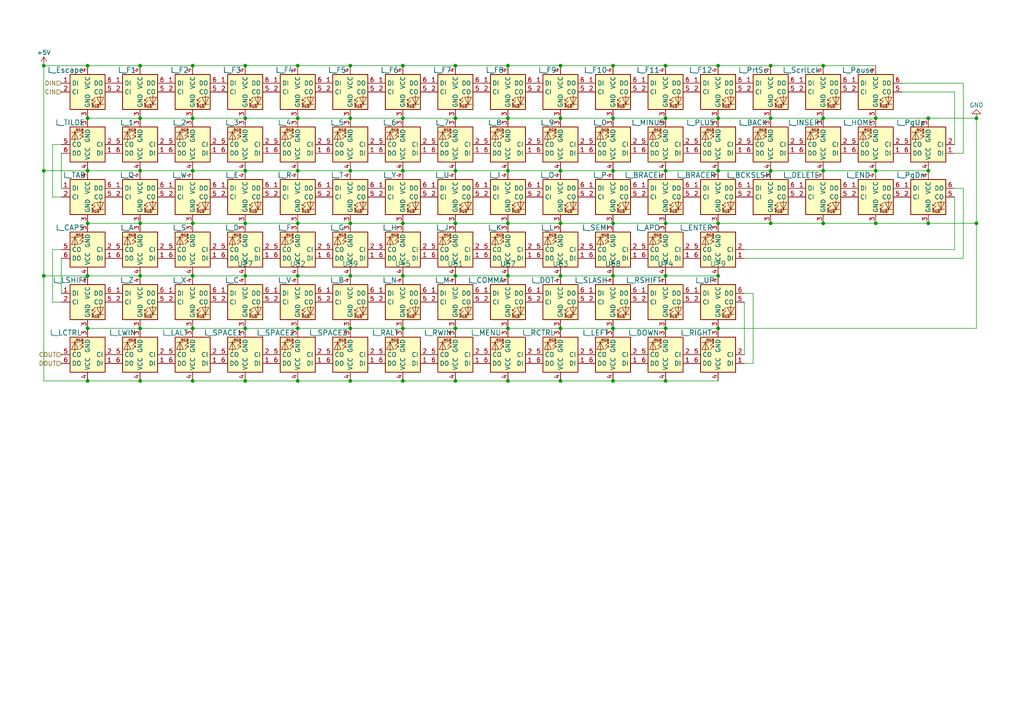
<source format=kicad_sch>
(kicad_sch (version 20230121) (generator eeschema)
  (paper "A4")
  (lib_symbols
    (symbol "LED:APA102"
      (property "Reference" "D" (at 5.08 5.715 0))
      (property "Value" "APA102" (at 1.27 -5.715 0))
      (symbol "APA102_0_0"
        (text "RGB" (at 2.286 -4.191 0) (effects (font (size 0.762 0.762))))
      )
      (symbol "APA102_0_1"
        (polyline (pts (xy 1.27 -3.556) (xy 1.778 -3.556)))
        (polyline (pts (xy 1.27 -2.54) (xy 1.778 -2.54)))
        (polyline (pts (xy 4.699 -3.556) (xy 2.667 -3.556)))
        (polyline (pts (xy 2.286 -2.54) (xy 1.27 -3.556) (xy 1.27 -3.048)))
        (polyline (pts (xy 2.286 -1.524) (xy 1.27 -2.54) (xy 1.27 -2.032)))
        (polyline (pts (xy 3.683 -1.016) (xy 3.683 -3.556) (xy 3.683 -4.064)))
        (polyline (pts (xy 4.699 -1.524) (xy 2.667 -1.524) (xy 3.683 -3.556) (xy 4.699 -1.524)))
        (rectangle (start 5.08 5.08) (end -5.08 -5.08) (stroke (width 0.254)) (fill (type background)))
      )
      (symbol "APA102_1_1"
        (pin input line (at -7.62 2.54 0) (length 2.54) (name "DI") (number "1"))
        (pin input line (at -7.62 0 0) (length 2.54) (name "CI") (number "2"))
        (pin power_in line (at 0 -7.62 90) (length 2.54) (name "GND") (number "3"))
        (pin power_in line (at 0 7.62 270) (length 2.54) (name "VCC") (number "4"))
        (pin output line (at 7.62 0 180) (length 2.54) (name "CO") (number "5"))
        (pin output line (at 7.62 2.54 180) (length 2.54) (name "DO") (number "6"))
      )
    )
    (symbol "power:+5V" (power) (pin_names (offset 0))
      (property "Value" "+5V" (at 0 3.556 0))
      (symbol "+5V_0_1"
        (polyline (pts (xy -0.762 1.27) (xy 0 2.54)))
        (polyline (pts (xy 0 0) (xy 0 2.54)))
        (polyline (pts (xy 0 2.54) (xy 0.762 1.27)))
      )
      (symbol "+5V_1_1"
        (pin power_in line (at 0 0 90) (length 0) hide (name "+5V") (number "1"))
      )
    )
    (symbol "power:GND" (power) (pin_names (offset 0))
      (property "Value" "GND" (at 0 -3.81 0))
      (symbol "GND_0_1"
        (polyline (pts (xy 0 0) (xy 0 -1.27) (xy 1.27 -1.27) (xy 0 -2.54) (xy -1.27 -1.27) (xy 0 -1.27)))
      )
      (symbol "GND_1_1"
        (pin power_in line (at 0 0 270) (length 0) hide (name "GND") (number "1"))
      )
    )
  )
  (junction (at 208.28 19.05))
  (junction (at 86.36 19.05))
  (junction (at 55.88 80.01))
  (junction (at 147.32 19.05))
  (junction (at 132.08 80.01))
  (junction (at 132.08 19.05))
  (junction (at 86.36 95.25))
  (junction (at 71.12 80.01))
  (junction (at 25.4 95.25))
  (junction (at 55.88 49.53))
  (junction (at 193.04 80.01))
  (junction (at 193.04 49.53))
  (junction (at 55.88 110.49))
  (junction (at 101.6 19.05))
  (junction (at 101.6 80.01))
  (junction (at 193.04 64.77))
  (junction (at 193.04 95.25))
  (junction (at 177.8 110.49))
  (junction (at 223.52 49.53))
  (junction (at 162.56 64.77))
  (junction (at 238.76 34.29))
  (junction (at 101.6 64.77))
  (junction (at 71.12 19.05))
  (junction (at 254 49.53))
  (junction (at 40.64 64.77))
  (junction (at 208.28 95.25))
  (junction (at 147.32 64.77))
  (junction (at 86.36 49.53))
  (junction (at 40.64 34.29))
  (junction (at 223.52 19.05))
  (junction (at 147.32 110.49))
  (junction (at 193.04 34.29))
  (junction (at 71.12 34.29))
  (junction (at 12.7 80.01))
  (junction (at 162.56 80.01))
  (junction (at 71.12 110.49))
  (junction (at 177.8 80.01))
  (junction (at 193.04 110.49))
  (junction (at 101.6 95.25))
  (junction (at 12.7 19.05))
  (junction (at 162.56 110.49))
  (junction (at 147.32 95.25))
  (junction (at 132.08 95.25))
  (junction (at 177.8 95.25))
  (junction (at 71.12 95.25))
  (junction (at 208.28 34.29))
  (junction (at 147.32 49.53))
  (junction (at 269.24 34.29))
  (junction (at 162.56 95.25))
  (junction (at 177.8 64.77))
  (junction (at 25.4 110.49))
  (junction (at 116.84 34.29))
  (junction (at 132.08 49.53))
  (junction (at 238.76 64.77))
  (junction (at 132.08 64.77))
  (junction (at 162.56 49.53))
  (junction (at 55.88 64.77))
  (junction (at 40.64 49.53))
  (junction (at 25.4 64.77))
  (junction (at 71.12 64.77))
  (junction (at 254 34.29))
  (junction (at 25.4 80.01))
  (junction (at 223.52 34.29))
  (junction (at 283.21 64.77))
  (junction (at 101.6 49.53))
  (junction (at 208.28 80.01))
  (junction (at 238.76 19.05))
  (junction (at 25.4 49.53))
  (junction (at 25.4 34.29))
  (junction (at 101.6 110.49))
  (junction (at 101.6 34.29))
  (junction (at 177.8 34.29))
  (junction (at 40.64 19.05))
  (junction (at 162.56 34.29))
  (junction (at 12.7 49.53))
  (junction (at 86.36 34.29))
  (junction (at 208.28 49.53))
  (junction (at 132.08 34.29))
  (junction (at 116.84 95.25))
  (junction (at 55.88 34.29))
  (junction (at 283.21 34.29))
  (junction (at 238.76 49.53))
  (junction (at 147.32 34.29))
  (junction (at 86.36 80.01))
  (junction (at 177.8 49.53))
  (junction (at 86.36 110.49))
  (junction (at 269.24 49.53))
  (junction (at 132.08 110.49))
  (junction (at 116.84 110.49))
  (junction (at 71.12 49.53))
  (junction (at 208.28 64.77))
  (junction (at 116.84 19.05))
  (junction (at 116.84 64.77))
  (junction (at 269.24 64.77))
  (junction (at 40.64 110.49))
  (junction (at 162.56 19.05))
  (junction (at 223.52 64.77))
  (junction (at 40.64 80.01))
  (junction (at 147.32 80.01))
  (junction (at 40.64 95.25))
  (junction (at 116.84 80.01))
  (junction (at 193.04 19.05))
  (junction (at 177.8 19.05))
  (junction (at 116.84 49.53))
  (junction (at 55.88 19.05))
  (junction (at 25.4 19.05))
  (junction (at 55.88 95.25))
  (junction (at 86.36 64.77))
  (junction (at 254 64.77))
  (wire (pts (xy 15.24 57.15) (xy 17.78 57.15)))
  (wire (pts (xy 71.12 64.77) (xy 86.36 64.77)))
  (wire (pts (xy 17.78 44.45) (xy 17.78 54.61)))
  (wire (pts (xy 25.4 95.25) (xy 40.64 95.25)))
  (wire (pts (xy 101.6 34.29) (xy 116.84 34.29)))
  (wire (pts (xy 162.56 49.53) (xy 177.8 49.53)))
  (wire (pts (xy 162.56 80.01) (xy 177.8 80.01)))
  (wire (pts (xy 71.12 110.49) (xy 86.36 110.49)))
  (wire (pts (xy 177.8 49.53) (xy 193.04 49.53)))
  (wire (pts (xy 218.44 85.09) (xy 218.44 105.41)))
  (wire (pts (xy 40.64 34.29) (xy 55.88 34.29)))
  (wire (pts (xy 86.36 19.05) (xy 101.6 19.05)))
  (wire (pts (xy 40.64 64.77) (xy 55.88 64.77)))
  (wire (pts (xy 12.7 80.01) (xy 12.7 110.49)))
  (wire (pts (xy 276.86 26.67) (xy 276.86 41.91)))
  (wire (pts (xy 269.24 34.29) (xy 283.21 34.29)))
  (wire (pts (xy 132.08 49.53) (xy 147.32 49.53)))
  (wire (pts (xy 86.36 34.29) (xy 101.6 34.29)))
  (wire (pts (xy 116.84 34.29) (xy 132.08 34.29)))
  (wire (pts (xy 193.04 19.05) (xy 208.28 19.05)))
  (wire (pts (xy 132.08 95.25) (xy 147.32 95.25)))
  (wire (pts (xy 101.6 19.05) (xy 116.84 19.05)))
  (wire (pts (xy 101.6 110.49) (xy 116.84 110.49)))
  (wire (pts (xy 223.52 34.29) (xy 238.76 34.29)))
  (wire (pts (xy 86.36 95.25) (xy 101.6 95.25)))
  (wire (pts (xy 55.88 64.77) (xy 71.12 64.77)))
  (wire (pts (xy 15.24 72.39) (xy 15.24 87.63)))
  (wire (pts (xy 147.32 19.05) (xy 162.56 19.05)))
  (wire (pts (xy 71.12 49.53) (xy 86.36 49.53)))
  (wire (pts (xy 279.4 24.13) (xy 279.4 44.45)))
  (wire (pts (xy 40.64 80.01) (xy 55.88 80.01)))
  (wire (pts (xy 223.52 49.53) (xy 238.76 49.53)))
  (wire (pts (xy 86.36 80.01) (xy 101.6 80.01)))
  (wire (pts (xy 25.4 110.49) (xy 40.64 110.49)))
  (wire (pts (xy 193.04 49.53) (xy 208.28 49.53)))
  (wire (pts (xy 223.52 64.77) (xy 238.76 64.77)))
  (wire (pts (xy 132.08 110.49) (xy 147.32 110.49)))
  (wire (pts (xy 12.7 110.49) (xy 25.4 110.49)))
  (wire (pts (xy 116.84 19.05) (xy 132.08 19.05)))
  (wire (pts (xy 116.84 64.77) (xy 132.08 64.77)))
  (wire (pts (xy 86.36 64.77) (xy 101.6 64.77)))
  (wire (pts (xy 193.04 95.25) (xy 208.28 95.25)))
  (wire (pts (xy 261.62 24.13) (xy 279.4 24.13)))
  (wire (pts (xy 147.32 95.25) (xy 162.56 95.25)))
  (wire (pts (xy 71.12 34.29) (xy 86.36 34.29)))
  (wire (pts (xy 25.4 19.05) (xy 40.64 19.05)))
  (wire (pts (xy 254 64.77) (xy 269.24 64.77)))
  (wire (pts (xy 162.56 110.49) (xy 177.8 110.49)))
  (wire (pts (xy 193.04 80.01) (xy 208.28 80.01)))
  (wire (pts (xy 238.76 34.29) (xy 254 34.29)))
  (wire (pts (xy 101.6 64.77) (xy 116.84 64.77)))
  (wire (pts (xy 17.78 72.39) (xy 15.24 72.39)))
  (wire (pts (xy 177.8 19.05) (xy 193.04 19.05)))
  (wire (pts (xy 116.84 80.01) (xy 132.08 80.01)))
  (wire (pts (xy 40.64 49.53) (xy 55.88 49.53)))
  (wire (pts (xy 86.36 49.53) (xy 101.6 49.53)))
  (wire (pts (xy 215.9 85.09) (xy 218.44 85.09)))
  (wire (pts (xy 238.76 19.05) (xy 254 19.05)))
  (wire (pts (xy 218.44 105.41) (xy 215.9 105.41)))
  (wire (pts (xy 55.88 34.29) (xy 71.12 34.29)))
  (wire (pts (xy 17.78 74.93) (xy 17.78 85.09)))
  (wire (pts (xy 193.04 110.49) (xy 208.28 110.49)))
  (wire (pts (xy 177.8 64.77) (xy 193.04 64.77)))
  (wire (pts (xy 25.4 34.29) (xy 40.64 34.29)))
  (wire (pts (xy 283.21 64.77) (xy 269.24 64.77)))
  (wire (pts (xy 193.04 34.29) (xy 208.28 34.29)))
  (wire (pts (xy 147.32 64.77) (xy 162.56 64.77)))
  (wire (pts (xy 132.08 80.01) (xy 147.32 80.01)))
  (wire (pts (xy 55.88 110.49) (xy 71.12 110.49)))
  (wire (pts (xy 254 49.53) (xy 269.24 49.53)))
  (wire (pts (xy 162.56 19.05) (xy 177.8 19.05)))
  (wire (pts (xy 162.56 64.77) (xy 177.8 64.77)))
  (wire (pts (xy 208.28 49.53) (xy 223.52 49.53)))
  (wire (pts (xy 12.7 49.53) (xy 12.7 80.01)))
  (wire (pts (xy 147.32 34.29) (xy 162.56 34.29)))
  (wire (pts (xy 101.6 49.53) (xy 116.84 49.53)))
  (wire (pts (xy 279.4 74.93) (xy 215.9 74.93)))
  (wire (pts (xy 193.04 64.77) (xy 208.28 64.77)))
  (wire (pts (xy 276.86 54.61) (xy 279.4 54.61)))
  (wire (pts (xy 71.12 95.25) (xy 86.36 95.25)))
  (wire (pts (xy 147.32 49.53) (xy 162.56 49.53)))
  (wire (pts (xy 17.78 41.91) (xy 15.24 41.91)))
  (wire (pts (xy 276.86 72.39) (xy 215.9 72.39)))
  (wire (pts (xy 162.56 95.25) (xy 177.8 95.25)))
  (wire (pts (xy 25.4 49.53) (xy 40.64 49.53)))
  (wire (pts (xy 40.64 19.05) (xy 55.88 19.05)))
  (wire (pts (xy 12.7 19.05) (xy 12.7 49.53)))
  (wire (pts (xy 276.86 57.15) (xy 276.86 72.39)))
  (wire (pts (xy 101.6 80.01) (xy 116.84 80.01)))
  (wire (pts (xy 132.08 64.77) (xy 147.32 64.77)))
  (wire (pts (xy 12.7 49.53) (xy 25.4 49.53)))
  (wire (pts (xy 177.8 80.01) (xy 193.04 80.01)))
  (wire (pts (xy 261.62 26.67) (xy 276.86 26.67)))
  (wire (pts (xy 40.64 110.49) (xy 55.88 110.49)))
  (wire (pts (xy 254 34.29) (xy 269.24 34.29)))
  (wire (pts (xy 116.84 110.49) (xy 132.08 110.49)))
  (wire (pts (xy 25.4 19.05) (xy 12.7 19.05)))
  (wire (pts (xy 177.8 110.49) (xy 193.04 110.49)))
  (wire (pts (xy 116.84 49.53) (xy 132.08 49.53)))
  (wire (pts (xy 238.76 49.53) (xy 254 49.53)))
  (wire (pts (xy 55.88 95.25) (xy 71.12 95.25)))
  (wire (pts (xy 238.76 64.77) (xy 254 64.77)))
  (wire (pts (xy 283.21 95.25) (xy 208.28 95.25)))
  (wire (pts (xy 147.32 110.49) (xy 162.56 110.49)))
  (wire (pts (xy 208.28 19.05) (xy 223.52 19.05)))
  (wire (pts (xy 147.32 80.01) (xy 162.56 80.01)))
  (wire (pts (xy 283.21 64.77) (xy 283.21 95.25)))
  (wire (pts (xy 25.4 64.77) (xy 40.64 64.77)))
  (wire (pts (xy 283.21 34.29) (xy 283.21 64.77)))
  (wire (pts (xy 86.36 110.49) (xy 101.6 110.49)))
  (wire (pts (xy 40.64 95.25) (xy 55.88 95.25)))
  (wire (pts (xy 25.4 80.01) (xy 40.64 80.01)))
  (wire (pts (xy 223.52 19.05) (xy 238.76 19.05)))
  (wire (pts (xy 55.88 19.05) (xy 71.12 19.05)))
  (wire (pts (xy 162.56 34.29) (xy 177.8 34.29)))
  (wire (pts (xy 71.12 19.05) (xy 86.36 19.05)))
  (wire (pts (xy 55.88 80.01) (xy 71.12 80.01)))
  (wire (pts (xy 208.28 64.77) (xy 223.52 64.77)))
  (wire (pts (xy 279.4 54.61) (xy 279.4 74.93)))
  (wire (pts (xy 101.6 95.25) (xy 116.84 95.25)))
  (wire (pts (xy 116.84 95.25) (xy 132.08 95.25)))
  (wire (pts (xy 215.9 87.63) (xy 215.9 102.87)))
  (wire (pts (xy 132.08 19.05) (xy 147.32 19.05)))
  (wire (pts (xy 71.12 80.01) (xy 86.36 80.01)))
  (wire (pts (xy 177.8 95.25) (xy 193.04 95.25)))
  (wire (pts (xy 279.4 44.45) (xy 276.86 44.45)))
  (wire (pts (xy 177.8 34.29) (xy 193.04 34.29)))
  (wire (pts (xy 15.24 41.91) (xy 15.24 57.15)))
  (wire (pts (xy 132.08 34.29) (xy 147.32 34.29)))
  (wire (pts (xy 55.88 49.53) (xy 71.12 49.53)))
  (wire (pts (xy 15.24 87.63) (xy 17.78 87.63)))
  (wire (pts (xy 208.28 34.29) (xy 223.52 34.29)))
  (wire (pts (xy 12.7 80.01) (xy 25.4 80.01)))
  (hierarchical_label "CIN" (shape input) (at 17.78 26.67 180))
  (hierarchical_label "DIN" (shape input) (at 17.78 24.13 180))
  (hierarchical_label "DOUT" (shape input) (at 17.78 105.41 180))
  (hierarchical_label "COUT" (shape input) (at 17.78 102.87 180))
  (symbol (lib_id "LED:APA102") (at 25.4 26.67 0) (unit 1)
    (property "Reference" "U4" (effects hide))
    (property "Value" "L_Escape" (at 19.05 20.32 0) (effects (font (size 1.524 1.524))))
    (property "Footprint" "LED_SMD:LED_RGB_5050-6" (effects hide))
    (property "Datasheet" "http://www.led-color.com/upload/201506/APA102%20LED.pdf" (effects hide))
    (instances (project "TKLTheSecond" (path "" (reference "U4") (unit 1))) (project "TKL" (path "" (reference "U2") (unit 1)) (path "" (reference "U2") (unit 1))))
  )
  (symbol (lib_id "LED:APA102") (at 40.64 26.67 0) (unit 1)
    (property "Reference" "U9" (effects hide))
    (property "Value" "L_F1" (at 36.83 20.32 0) (effects (font (size 1.524 1.524))))
    (property "Footprint" "LED_SMD:LED_RGB_5050-6" (effects hide))
    (property "Datasheet" "http://www.led-color.com/upload/201506/APA102%20LED.pdf" (effects hide))
    (instances (project "TKLTheSecond" (path "" (reference "U9") (unit 1))) (project "TKL" (path "" (reference "U7") (unit 1)) (path "" (reference "U7") (unit 1))))
  )
  (symbol (lib_id "LED:APA102") (at 55.88 26.67 0) (unit 1)
    (property "Reference" "U16" (effects hide))
    (property "Value" "L_F2" (at 52.07 20.32 0) (effects (font (size 1.524 1.524))))
    (property "Footprint" "LED_SMD:LED_RGB_5050-6" (effects hide))
    (property "Datasheet" "http://www.led-color.com/upload/201506/APA102%20LED.pdf" (effects hide))
    (instances (project "TKLTheSecond" (path "" (reference "U16") (unit 1))) (project "TKL" (path "" (reference "U13") (unit 1)) (path "" (reference "U13") (unit 1))))
  )
  (symbol (lib_id "LED:APA102") (at 71.12 26.67 0) (unit 1)
    (property "Reference" "U23" (effects hide))
    (property "Value" "L_F3" (at 67.31 20.32 0) (effects (font (size 1.524 1.524))))
    (property "Footprint" "LED_SMD:LED_RGB_5050-6" (effects hide))
    (property "Datasheet" "http://www.led-color.com/upload/201506/APA102%20LED.pdf" (effects hide))
    (instances (project "TKLTheSecond" (path "" (reference "U23") (unit 1))) (project "TKL" (path "" (reference "U19") (unit 1)) (path "" (reference "U19") (unit 1))))
  )
  (symbol (lib_id "LED:APA102") (at 86.36 26.67 0) (unit 1)
    (property "Reference" "U29" (effects hide))
    (property "Value" "L_F4" (at 82.55 20.32 0) (effects (font (size 1.524 1.524))))
    (property "Footprint" "LED_SMD:LED_RGB_5050-6" (effects hide))
    (property "Datasheet" "http://www.led-color.com/upload/201506/APA102%20LED.pdf" (effects hide))
    (instances (project "TKLTheSecond" (path "" (reference "U29") (unit 1))) (project "TKL" (path "" (reference "U25") (unit 1)) (path "" (reference "U25") (unit 1))))
  )
  (symbol (lib_id "LED:APA102") (at 25.4 41.91 180) (unit 1)
    (property "Reference" "U3" (effects hide))
    (property "Value" "L_TILDE" (at 20.32 35.56 0) (effects (font (size 1.524 1.524))))
    (property "Footprint" "LED_SMD:LED_RGB_5050-6" (effects hide))
    (property "Datasheet" "http://www.led-color.com/upload/201506/APA102%20LED.pdf" (effects hide))
    (instances (project "TKLTheSecond" (path "" (reference "U3") (unit 1))) (project "TKL" (path "" (reference "U1") (unit 1)) (path "" (reference "U1") (unit 1))))
  )
  (symbol (lib_id "LED:APA102") (at 40.64 41.91 180) (unit 1)
    (property "Reference" "U8" (effects hide))
    (property "Value" "L_1" (at 36.83 35.56 0) (effects (font (size 1.524 1.524))))
    (property "Footprint" "LED_SMD:LED_RGB_5050-6" (effects hide))
    (property "Datasheet" "http://www.led-color.com/upload/201506/APA102%20LED.pdf" (effects hide))
    (instances (project "TKLTheSecond" (path "" (reference "U8") (unit 1))) (project "TKL" (path "" (reference "U6") (unit 1)) (path "" (reference "U6") (unit 1))))
  )
  (symbol (lib_id "LED:APA102") (at 55.88 41.91 180) (unit 1)
    (property "Reference" "U15" (effects hide))
    (property "Value" "L_2" (at 52.07 35.56 0) (effects (font (size 1.524 1.524))))
    (property "Footprint" "LED_SMD:LED_RGB_5050-6" (effects hide))
    (property "Datasheet" "http://www.led-color.com/upload/201506/APA102%20LED.pdf" (effects hide))
    (instances (project "TKLTheSecond" (path "" (reference "U15") (unit 1))) (project "TKL" (path "" (reference "U12") (unit 1)) (path "" (reference "U12") (unit 1))))
  )
  (symbol (lib_id "LED:APA102") (at 71.12 41.91 180) (unit 1)
    (property "Reference" "U21" (effects hide))
    (property "Value" "L_3" (at 67.31 35.56 0) (effects (font (size 1.524 1.524))))
    (property "Footprint" "LED_SMD:LED_RGB_5050-6" (effects hide))
    (property "Datasheet" "http://www.led-color.com/upload/201506/APA102%20LED.pdf" (effects hide))
    (instances (project "TKLTheSecond" (path "" (reference "U21") (unit 1))) (project "TKL" (path "" (reference "U18") (unit 1)) (path "" (reference "U18") (unit 1))))
  )
  (symbol (lib_id "LED:APA102") (at 86.36 41.91 180) (unit 1)
    (property "Reference" "U28" (effects hide))
    (property "Value" "L_4" (at 82.55 35.56 0) (effects (font (size 1.524 1.524))))
    (property "Footprint" "LED_SMD:LED_RGB_5050-6" (effects hide))
    (property "Datasheet" "http://www.led-color.com/upload/201506/APA102%20LED.pdf" (effects hide))
    (instances (project "TKLTheSecond" (path "" (reference "U28") (unit 1))) (project "TKL" (path "" (reference "U24") (unit 1)) (path "" (reference "U24") (unit 1))))
  )
  (symbol (lib_id "LED:APA102") (at 25.4 57.15 0) (unit 1)
    (property "Reference" "U5" (effects hide))
    (property "Value" "L_TAB" (at 21.59 50.8 0) (effects (font (size 1.524 1.524))))
    (property "Footprint" "LED_SMD:LED_RGB_5050-6" (effects hide))
    (property "Datasheet" "http://www.led-color.com/upload/201506/APA102%20LED.pdf" (effects hide))
    (instances (project "TKLTheSecond" (path "" (reference "U5") (unit 1))) (project "TKL" (path "" (reference "U3") (unit 1)) (path "" (reference "U3") (unit 1))))
  )
  (symbol (lib_id "LED:APA102") (at 40.64 57.15 0) (unit 1)
    (property "Reference" "U10" (effects hide))
    (property "Value" "L_Q" (at 36.83 50.8 0) (effects (font (size 1.524 1.524))))
    (property "Footprint" "LED_SMD:LED_RGB_5050-6" (effects hide))
    (property "Datasheet" "http://www.led-color.com/upload/201506/APA102%20LED.pdf" (effects hide))
    (instances (project "TKLTheSecond" (path "" (reference "U10") (unit 1))) (project "TKL" (path "" (reference "U8") (unit 1)) (path "" (reference "U8") (unit 1))))
  )
  (symbol (lib_id "LED:APA102") (at 55.88 57.15 0) (unit 1)
    (property "Reference" "U17" (effects hide))
    (property "Value" "L_W" (at 52.07 50.8 0) (effects (font (size 1.524 1.524))))
    (property "Footprint" "LED_SMD:LED_RGB_5050-6" (effects hide))
    (property "Datasheet" "http://www.led-color.com/upload/201506/APA102%20LED.pdf" (effects hide))
    (instances (project "TKLTheSecond" (path "" (reference "U17") (unit 1))) (project "TKL" (path "" (reference "U14") (unit 1)) (path "" (reference "U14") (unit 1))))
  )
  (symbol (lib_id "LED:APA102") (at 71.12 57.15 0) (unit 1)
    (property "Reference" "U24" (effects hide))
    (property "Value" "L_E" (at 67.31 50.8 0) (effects (font (size 1.524 1.524))))
    (property "Footprint" "LED_SMD:LED_RGB_5050-6" (effects hide))
    (property "Datasheet" "http://www.led-color.com/upload/201506/APA102%20LED.pdf" (effects hide))
    (instances (project "TKLTheSecond" (path "" (reference "U24") (unit 1))) (project "TKL" (path "" (reference "U20") (unit 1)) (path "" (reference "U20") (unit 1))))
  )
  (symbol (lib_id "LED:APA102") (at 86.36 57.15 0) (unit 1)
    (property "Reference" "U30" (effects hide))
    (property "Value" "L_R" (at 82.55 50.8 0) (effects (font (size 1.524 1.524))))
    (property "Footprint" "LED_SMD:LED_RGB_5050-6" (effects hide))
    (property "Datasheet" "http://www.led-color.com/upload/201506/APA102%20LED.pdf" (effects hide))
    (instances (project "TKLTheSecond" (path "" (reference "U30") (unit 1))) (project "TKL" (path "" (reference "U26") (unit 1)) (path "" (reference "U26") (unit 1))))
  )
  (symbol (lib_id "LED:APA102") (at 25.4 72.39 180) (unit 1)
    (property "Reference" "U6" (effects hide))
    (property "Value" "L_CAPS" (at 20.32 66.04 0) (effects (font (size 1.524 1.524))))
    (property "Footprint" "LED_SMD:LED_RGB_5050-6" (effects hide))
    (property "Datasheet" "http://www.led-color.com/upload/201506/APA102%20LED.pdf" (effects hide))
    (instances (project "TKLTheSecond" (path "" (reference "U6") (unit 1))) (project "TKL" (path "" (reference "U4") (unit 1)) (path "" (reference "U4") (unit 1))))
  )
  (symbol (lib_id "LED:APA102") (at 40.64 72.39 180) (unit 1)
    (property "Reference" "U11" (effects hide))
    (property "Value" "L_A" (at 36.83 66.04 0) (effects (font (size 1.524 1.524))))
    (property "Footprint" "LED_SMD:LED_RGB_5050-6" (effects hide))
    (property "Datasheet" "http://www.led-color.com/upload/201506/APA102%20LED.pdf" (effects hide))
    (instances (project "TKLTheSecond" (path "" (reference "U11") (unit 1))) (project "TKL" (path "" (reference "U9") (unit 1)) (path "" (reference "U9") (unit 1))))
  )
  (symbol (lib_id "LED:APA102") (at 55.88 72.39 180) (unit 1)
    (property "Reference" "U18" (effects hide))
    (property "Value" "L_S" (at 52.07 66.04 0) (effects (font (size 1.524 1.524))))
    (property "Footprint" "LED_SMD:LED_RGB_5050-6" (effects hide))
    (property "Datasheet" "http://www.led-color.com/upload/201506/APA102%20LED.pdf" (effects hide))
    (instances (project "TKLTheSecond" (path "" (reference "U18") (unit 1))) (project "TKL" (path "" (reference "U15") (unit 1)) (path "" (reference "U15") (unit 1))))
  )
  (symbol (lib_id "LED:APA102") (at 71.12 72.39 180) (unit 1)
    (property "Reference" "U25" (effects hide))
    (property "Value" "L_D" (at 67.31 66.04 0) (effects (font (size 1.524 1.524))))
    (property "Footprint" "LED_SMD:LED_RGB_5050-6" (effects hide))
    (property "Datasheet" "http://www.led-color.com/upload/201506/APA102%20LED.pdf" (effects hide))
    (instances (project "TKLTheSecond" (path "" (reference "U25") (unit 1))) (project "TKL" (path "" (reference "U21") (unit 1)) (path "" (reference "U21") (unit 1))))
  )
  (symbol (lib_id "LED:APA102") (at 86.36 72.39 180) (unit 1)
    (property "Reference" "U31" (effects hide))
    (property "Value" "L_F" (at 82.55 66.04 0) (effects (font (size 1.524 1.524))))
    (property "Footprint" "LED_SMD:LED_RGB_5050-6" (effects hide))
    (property "Datasheet" "http://www.led-color.com/upload/201506/APA102%20LED.pdf" (effects hide))
    (instances (project "TKLTheSecond" (path "" (reference "U31") (unit 1))) (project "TKL" (path "" (reference "U27") (unit 1)) (path "" (reference "U27") (unit 1))))
  )
  (symbol (lib_id "LED:APA102") (at 25.4 87.63 0) (unit 1)
    (property "Reference" "U7" (effects hide))
    (property "Value" "L_LSHIFT" (at 20.32 81.28 0) (effects (font (size 1.524 1.524))))
    (property "Footprint" "LED_SMD:LED_RGB_5050-6" (effects hide))
    (property "Datasheet" "http://www.led-color.com/upload/201506/APA102%20LED.pdf" (effects hide))
    (instances (project "TKLTheSecond" (path "" (reference "U7") (unit 1))) (project "TKL" (path "" (reference "U5") (unit 1)) (path "" (reference "U5") (unit 1))))
  )
  (symbol (lib_id "LED:APA102") (at 40.64 87.63 0) (unit 1)
    (property "Reference" "U14" (effects hide))
    (property "Value" "L_Z" (at 36.83 81.28 0) (effects (font (size 1.524 1.524))))
    (property "Footprint" "LED_SMD:LED_RGB_5050-6" (effects hide))
    (property "Datasheet" "http://www.led-color.com/upload/201506/APA102%20LED.pdf" (effects hide))
    (instances (project "TKLTheSecond" (path "" (reference "U14") (unit 1))) (project "TKL" (path "" (reference "U11") (unit 1)) (path "" (reference "U11") (unit 1))))
  )
  (symbol (lib_id "LED:APA102") (at 55.88 87.63 0) (unit 1)
    (property "Reference" "U20" (effects hide))
    (property "Value" "L_X" (at 52.07 81.28 0) (effects (font (size 1.524 1.524))))
    (property "Footprint" "LED_SMD:LED_RGB_5050-6" (effects hide))
    (property "Datasheet" "http://www.led-color.com/upload/201506/APA102%20LED.pdf" (effects hide))
    (instances (project "TKLTheSecond" (path "" (reference "U20") (unit 1))) (project "TKL" (path "" (reference "U17") (unit 1)) (path "" (reference "U17") (unit 1))))
  )
  (symbol (lib_id "LED:APA102") (at 71.12 87.63 0) (unit 1)
    (property "Reference" "U27" (at 71.12 76.5302 0) (effects (font (size 1.524 1.524))))
    (property "Value" "L_C" (at 67.31 81.28 0) (effects (font (size 1.524 1.524))))
    (property "Footprint" "LED_SMD:LED_RGB_5050-6" (effects hide))
    (property "Datasheet" "http://www.led-color.com/upload/201506/APA102%20LED.pdf" (effects hide))
    (instances (project "TKLTheSecond" (path "" (reference "U27") (unit 1))) (project "TKL" (path "" (reference "U23") (unit 1)) (path "" (reference "U23") (unit 1))))
  )
  (symbol (lib_id "LED:APA102") (at 86.36 87.63 0) (unit 1)
    (property "Reference" "U32" (at 86.36 76.5302 0) (effects (font (size 1.524 1.524))))
    (property "Value" "L_V" (at 82.55 81.28 0) (effects (font (size 1.524 1.524))))
    (property "Footprint" "LED_SMD:LED_RGB_5050-6" (effects hide))
    (property "Datasheet" "http://www.led-color.com/upload/201506/APA102%20LED.pdf" (effects hide))
    (instances (project "TKLTheSecond" (path "" (reference "U32") (unit 1))) (project "TKL" (path "" (reference "U28") (unit 1)) (path "" (reference "U28") (unit 1))))
  )
  (symbol (lib_id "LED:APA102") (at 25.4 102.87 180) (unit 1)
    (property "Reference" "U12" (effects hide))
    (property "Value" "L_LCTRL" (at 19.05 96.52 0) (effects (font (size 1.524 1.524))))
    (property "Footprint" "LED_SMD:LED_RGB_5050-6" (effects hide))
    (property "Datasheet" "http://www.led-color.com/upload/201506/APA102%20LED.pdf" (effects hide))
    (instances (project "TKLTheSecond" (path "" (reference "U12") (unit 1))) (project "TKL" (path "" (reference "U10") (unit 1)) (path "" (reference "U10") (unit 1))))
  )
  (symbol (lib_id "LED:APA102") (at 40.64 102.87 180) (unit 1)
    (property "Reference" "U19" (effects hide))
    (property "Value" "L_LWIN" (at 35.56 96.52 0) (effects (font (size 1.524 1.524))))
    (property "Footprint" "LED_SMD:LED_RGB_5050-6" (effects hide))
    (property "Datasheet" "http://www.led-color.com/upload/201506/APA102%20LED.pdf" (effects hide))
    (instances (project "TKLTheSecond" (path "" (reference "U19") (unit 1))) (project "TKL" (path "" (reference "U16") (unit 1)) (path "" (reference "U16") (unit 1))))
  )
  (symbol (lib_id "LED:APA102") (at 55.88 102.87 180) (unit 1)
    (property "Reference" "U26" (effects hide))
    (property "Value" "L_LALT" (at 50.8 96.52 0) (effects (font (size 1.524 1.524))))
    (property "Footprint" "LED_SMD:LED_RGB_5050-6" (effects hide))
    (property "Datasheet" "http://www.led-color.com/upload/201506/APA102%20LED.pdf" (effects hide))
    (instances (project "TKLTheSecond" (path "" (reference "U26") (unit 1))) (project "TKL" (path "" (reference "U22") (unit 1)) (path "" (reference "U22") (unit 1))))
  )
  (symbol (lib_id "LED:APA102") (at 86.36 102.87 180) (unit 1)
    (property "Reference" "U22" (effects hide))
    (property "Value" "L_SPACE2" (at 80.01 96.52 0) (effects (font (size 1.524 1.524))))
    (property "Footprint" "LED_SMD:LED_RGB_5050-6" (effects hide))
    (property "Datasheet" "http://www.led-color.com/upload/201506/APA102%20LED.pdf" (effects hide))
    (instances (project "TKLTheSecond" (path "" (reference "U22") (unit 1))) (project "TKL" (path "" (reference "U29") (unit 1)) (path "" (reference "U29") (unit 1))))
  )
  (symbol (lib_id "LED:APA102") (at 116.84 102.87 180) (unit 1)
    (property "Reference" "U38" (effects hide))
    (property "Value" "L_RALT" (at 111.76 96.52 0) (effects (font (size 1.524 1.524))))
    (property "Footprint" "LED_SMD:LED_RGB_5050-6" (effects hide))
    (property "Datasheet" "http://www.led-color.com/upload/201506/APA102%20LED.pdf" (effects hide))
    (instances (project "TKLTheSecond" (path "" (reference "U38") (unit 1))) (project "TKL" (path "" (reference "U34") (unit 1)) (path "" (reference "U34") (unit 1))))
  )
  (symbol (lib_id "LED:APA102") (at 101.6 26.67 0) (unit 1)
    (property "Reference" "U35" (effects hide))
    (property "Value" "L_F5" (at 97.79 20.32 0) (effects (font (size 1.524 1.524))))
    (property "Footprint" "LED_SMD:LED_RGB_5050-6" (effects hide))
    (property "Datasheet" "http://www.led-color.com/upload/201506/APA102%20LED.pdf" (effects hide))
    (instances (project "TKLTheSecond" (path "" (reference "U35") (unit 1))) (project "TKL" (path "" (reference "U31") (unit 1)) (path "" (reference "U31") (unit 1))))
  )
  (symbol (lib_id "LED:APA102") (at 116.84 26.67 0) (unit 1)
    (property "Reference" "U41" (effects hide))
    (property "Value" "L_F6" (at 113.03 20.32 0) (effects (font (size 1.524 1.524))))
    (property "Footprint" "LED_SMD:LED_RGB_5050-6" (effects hide))
    (property "Datasheet" "http://www.led-color.com/upload/201506/APA102%20LED.pdf" (effects hide))
    (instances (project "TKLTheSecond" (path "" (reference "U41") (unit 1))) (project "TKL" (path "" (reference "U37") (unit 1)) (path "" (reference "U37") (unit 1))))
  )
  (symbol (lib_id "LED:APA102") (at 132.08 26.67 0) (unit 1)
    (property "Reference" "U46" (effects hide))
    (property "Value" "L_F7" (at 128.27 20.32 0) (effects (font (size 1.524 1.524))))
    (property "Footprint" "LED_SMD:LED_RGB_5050-6" (effects hide))
    (property "Datasheet" "http://www.led-color.com/upload/201506/APA102%20LED.pdf" (effects hide))
    (instances (project "TKLTheSecond" (path "" (reference "U46") (unit 1))) (project "TKL" (path "" (reference "U42") (unit 1)) (path "" (reference "U42") (unit 1))))
  )
  (symbol (lib_id "LED:APA102") (at 147.32 26.67 0) (unit 1)
    (property "Reference" "U52" (effects hide))
    (property "Value" "L_F8" (at 143.51 20.32 0) (effects (font (size 1.524 1.524))))
    (property "Footprint" "LED_SMD:LED_RGB_5050-6" (effects hide))
    (property "Datasheet" "http://www.led-color.com/upload/201506/APA102%20LED.pdf" (effects hide))
    (instances (project "TKLTheSecond" (path "" (reference "U52") (unit 1))) (project "TKL" (path "" (reference "U48") (unit 1)) (path "" (reference "U48") (unit 1))))
  )
  (symbol (lib_id "LED:APA102") (at 162.56 26.67 0) (unit 1)
    (property "Reference" "U58" (effects hide))
    (property "Value" "L_F9" (at 158.75 20.32 0) (effects (font (size 1.524 1.524))))
    (property "Footprint" "LED_SMD:LED_RGB_5050-6" (effects hide))
    (property "Datasheet" "http://www.led-color.com/upload/201506/APA102%20LED.pdf" (effects hide))
    (instances (project "TKLTheSecond" (path "" (reference "U58") (unit 1))) (project "TKL" (path "" (reference "U54") (unit 1)) (path "" (reference "U54") (unit 1))))
  )
  (symbol (lib_id "LED:APA102") (at 101.6 41.91 180) (unit 1)
    (property "Reference" "U34" (effects hide))
    (property "Value" "L_5" (at 97.79 35.56 0) (effects (font (size 1.524 1.524))))
    (property "Footprint" "LED_SMD:LED_RGB_5050-6" (effects hide))
    (property "Datasheet" "http://www.led-color.com/upload/201506/APA102%20LED.pdf" (effects hide))
    (instances (project "TKLTheSecond" (path "" (reference "U34") (unit 1))) (project "TKL" (path "" (reference "U30") (unit 1)) (path "" (reference "U30") (unit 1))))
  )
  (symbol (lib_id "LED:APA102") (at 116.84 41.91 180) (unit 1)
    (property "Reference" "U40" (effects hide))
    (property "Value" "L_6" (at 113.03 35.56 0) (effects (font (size 1.524 1.524))))
    (property "Footprint" "LED_SMD:LED_RGB_5050-6" (effects hide))
    (property "Datasheet" "http://www.led-color.com/upload/201506/APA102%20LED.pdf" (effects hide))
    (instances (project "TKLTheSecond" (path "" (reference "U40") (unit 1))) (project "TKL" (path "" (reference "U36") (unit 1)) (path "" (reference "U36") (unit 1))))
  )
  (symbol (lib_id "LED:APA102") (at 132.08 41.91 180) (unit 1)
    (property "Reference" "U47" (effects hide))
    (property "Value" "L_7" (at 128.27 35.56 0) (effects (font (size 1.524 1.524))))
    (property "Footprint" "LED_SMD:LED_RGB_5050-6" (effects hide))
    (property "Datasheet" "http://www.led-color.com/upload/201506/APA102%20LED.pdf" (effects hide))
    (instances (project "TKLTheSecond" (path "" (reference "U47") (unit 1))) (project "TKL" (path "" (reference "U43") (unit 1)) (path "" (reference "U43") (unit 1))))
  )
  (symbol (lib_id "LED:APA102") (at 147.32 41.91 180) (unit 1)
    (property "Reference" "U53" (effects hide))
    (property "Value" "L_8" (at 143.51 35.56 0) (effects (font (size 1.524 1.524))))
    (property "Footprint" "LED_SMD:LED_RGB_5050-6" (effects hide))
    (property "Datasheet" "http://www.led-color.com/upload/201506/APA102%20LED.pdf" (effects hide))
    (instances (project "TKLTheSecond" (path "" (reference "U53") (unit 1))) (project "TKL" (path "" (reference "U49") (unit 1)) (path "" (reference "U49") (unit 1))))
  )
  (symbol (lib_id "LED:APA102") (at 162.56 41.91 180) (unit 1)
    (property "Reference" "U59" (effects hide))
    (property "Value" "L_9" (at 158.75 35.56 0) (effects (font (size 1.524 1.524))))
    (property "Footprint" "LED_SMD:LED_RGB_5050-6" (effects hide))
    (property "Datasheet" "http://www.led-color.com/upload/201506/APA102%20LED.pdf" (effects hide))
    (instances (project "TKLTheSecond" (path "" (reference "U59") (unit 1))) (project "TKL" (path "" (reference "U55") (unit 1)) (path "" (reference "U55") (unit 1))))
  )
  (symbol (lib_id "LED:APA102") (at 101.6 57.15 0) (unit 1)
    (property "Reference" "U36" (effects hide))
    (property "Value" "L_T" (at 97.79 50.8 0) (effects (font (size 1.524 1.524))))
    (property "Footprint" "LED_SMD:LED_RGB_5050-6" (effects hide))
    (property "Datasheet" "http://www.led-color.com/upload/201506/APA102%20LED.pdf" (effects hide))
    (instances (project "TKLTheSecond" (path "" (reference "U36") (unit 1))) (project "TKL" (path "" (reference "U32") (unit 1)) (path "" (reference "U32") (unit 1))))
  )
  (symbol (lib_id "LED:APA102") (at 116.84 57.15 0) (unit 1)
    (property "Reference" "U42" (effects hide))
    (property "Value" "L_Y" (at 113.03 50.8 0) (effects (font (size 1.524 1.524))))
    (property "Footprint" "LED_SMD:LED_RGB_5050-6" (effects hide))
    (property "Datasheet" "http://www.led-color.com/upload/201506/APA102%20LED.pdf" (effects hide))
    (instances (project "TKLTheSecond" (path "" (reference "U42") (unit 1))) (project "TKL" (path "" (reference "U38") (unit 1)) (path "" (reference "U38") (unit 1))))
  )
  (symbol (lib_id "LED:APA102") (at 132.08 57.15 0) (unit 1)
    (property "Reference" "U48" (effects hide))
    (property "Value" "L_U" (at 128.27 50.8 0) (effects (font (size 1.524 1.524))))
    (property "Footprint" "LED_SMD:LED_RGB_5050-6" (effects hide))
    (property "Datasheet" "http://www.led-color.com/upload/201506/APA102%20LED.pdf" (effects hide))
    (instances (project "TKLTheSecond" (path "" (reference "U48") (unit 1))) (project "TKL" (path "" (reference "U44") (unit 1)) (path "" (reference "U44") (unit 1))))
  )
  (symbol (lib_id "LED:APA102") (at 147.32 57.15 0) (unit 1)
    (property "Reference" "U54" (effects hide))
    (property "Value" "L_I" (at 143.51 50.8 0) (effects (font (size 1.524 1.524))))
    (property "Footprint" "LED_SMD:LED_RGB_5050-6" (effects hide))
    (property "Datasheet" "http://www.led-color.com/upload/201506/APA102%20LED.pdf" (effects hide))
    (instances (project "TKLTheSecond" (path "" (reference "U54") (unit 1))) (project "TKL" (path "" (reference "U50") (unit 1)) (path "" (reference "U50") (unit 1))))
  )
  (symbol (lib_id "LED:APA102") (at 162.56 57.15 0) (unit 1)
    (property "Reference" "U60" (effects hide))
    (property "Value" "L_O" (at 158.75 50.8 0) (effects (font (size 1.524 1.524))))
    (property "Footprint" "LED_SMD:LED_RGB_5050-6" (effects hide))
    (property "Datasheet" "http://www.led-color.com/upload/201506/APA102%20LED.pdf" (effects hide))
    (instances (project "TKLTheSecond" (path "" (reference "U60") (unit 1))) (project "TKL" (path "" (reference "U56") (unit 1)) (path "" (reference "U56") (unit 1))))
  )
  (symbol (lib_id "LED:APA102") (at 101.6 72.39 180) (unit 1)
    (property "Reference" "U37" (effects hide))
    (property "Value" "L_G" (at 97.79 66.04 0) (effects (font (size 1.524 1.524))))
    (property "Footprint" "LED_SMD:LED_RGB_5050-6" (effects hide))
    (property "Datasheet" "http://www.led-color.com/upload/201506/APA102%20LED.pdf" (effects hide))
    (instances (project "TKLTheSecond" (path "" (reference "U37") (unit 1))) (project "TKL" (path "" (reference "U33") (unit 1)) (path "" (reference "U33") (unit 1))))
  )
  (symbol (lib_id "LED:APA102") (at 116.84 72.39 180) (unit 1)
    (property "Reference" "U44" (effects hide))
    (property "Value" "L_H" (at 113.03 66.04 0) (effects (font (size 1.524 1.524))))
    (property "Footprint" "LED_SMD:LED_RGB_5050-6" (effects hide))
    (property "Datasheet" "http://www.led-color.com/upload/201506/APA102%20LED.pdf" (effects hide))
    (instances (project "TKLTheSecond" (path "" (reference "U44") (unit 1))) (project "TKL" (path "" (reference "U40") (unit 1)) (path "" (reference "U40") (unit 1))))
  )
  (symbol (lib_id "LED:APA102") (at 132.08 72.39 180) (unit 1)
    (property "Reference" "U50" (effects hide))
    (property "Value" "L_J" (at 128.27 66.04 0) (effects (font (size 1.524 1.524))))
    (property "Footprint" "LED_SMD:LED_RGB_5050-6" (effects hide))
    (property "Datasheet" "http://www.led-color.com/upload/201506/APA102%20LED.pdf" (effects hide))
    (instances (project "TKLTheSecond" (path "" (reference "U50") (unit 1))) (project "TKL" (path "" (reference "U46") (unit 1)) (path "" (reference "U46") (unit 1))))
  )
  (symbol (lib_id "LED:APA102") (at 147.32 72.39 180) (unit 1)
    (property "Reference" "U56" (effects hide))
    (property "Value" "L_K" (at 143.51 66.04 0) (effects (font (size 1.524 1.524))))
    (property "Footprint" "LED_SMD:LED_RGB_5050-6" (effects hide))
    (property "Datasheet" "http://www.led-color.com/upload/201506/APA102%20LED.pdf" (effects hide))
    (instances (project "TKLTheSecond" (path "" (reference "U56") (unit 1))) (project "TKL" (path "" (reference "U52") (unit 1)) (path "" (reference "U52") (unit 1))))
  )
  (symbol (lib_id "LED:APA102") (at 162.56 72.39 180) (unit 1)
    (property "Reference" "U62" (effects hide))
    (property "Value" "L_L" (at 158.75 66.04 0) (effects (font (size 1.524 1.524))))
    (property "Footprint" "LED_SMD:LED_RGB_5050-6" (effects hide))
    (property "Datasheet" "http://www.led-color.com/upload/201506/APA102%20LED.pdf" (effects hide))
    (instances (project "TKLTheSecond" (path "" (reference "U62") (unit 1))) (project "TKL" (path "" (reference "U58") (unit 1)) (path "" (reference "U58") (unit 1))))
  )
  (symbol (lib_id "LED:APA102") (at 101.6 87.63 0) (unit 1)
    (property "Reference" "U39" (at 101.6 76.5302 0) (effects (font (size 1.524 1.524))))
    (property "Value" "L_B" (at 97.79 81.28 0) (effects (font (size 1.524 1.524))))
    (property "Footprint" "LED_SMD:LED_RGB_5050-6" (effects hide))
    (property "Datasheet" "http://www.led-color.com/upload/201506/APA102%20LED.pdf" (effects hide))
    (instances (project "TKLTheSecond" (path "" (reference "U39") (unit 1))) (project "TKL" (path "" (reference "U35") (unit 1)) (path "" (reference "U35") (unit 1))))
  )
  (symbol (lib_id "LED:APA102") (at 116.84 87.63 0) (unit 1)
    (property "Reference" "U45" (at 116.84 76.5302 0) (effects (font (size 1.524 1.524))))
    (property "Value" "L_N" (at 113.03 81.28 0) (effects (font (size 1.524 1.524))))
    (property "Footprint" "LED_SMD:LED_RGB_5050-6" (effects hide))
    (property "Datasheet" "http://www.led-color.com/upload/201506/APA102%20LED.pdf" (effects hide))
    (instances (project "TKLTheSecond" (path "" (reference "U45") (unit 1))) (project "TKL" (path "" (reference "U41") (unit 1)) (path "" (reference "U41") (unit 1))))
  )
  (symbol (lib_id "LED:APA102") (at 132.08 87.63 0) (unit 1)
    (property "Reference" "U51" (at 132.08 76.5302 0) (effects (font (size 1.524 1.524))))
    (property "Value" "L_M" (at 128.27 81.28 0) (effects (font (size 1.524 1.524))))
    (property "Footprint" "LED_SMD:LED_RGB_5050-6" (effects hide))
    (property "Datasheet" "http://www.led-color.com/upload/201506/APA102%20LED.pdf" (effects hide))
    (instances (project "TKLTheSecond" (path "" (reference "U51") (unit 1))) (project "TKL" (path "" (reference "U47") (unit 1)) (path "" (reference "U47") (unit 1))))
  )
  (symbol (lib_id "LED:APA102") (at 147.32 87.63 0) (unit 1)
    (property "Reference" "U57" (at 147.32 76.5302 0) (effects (font (size 1.524 1.524))))
    (property "Value" "L_COMMA" (at 140.97 81.28 0) (effects (font (size 1.524 1.524))))
    (property "Footprint" "LED_SMD:LED_RGB_5050-6" (effects hide))
    (property "Datasheet" "http://www.led-color.com/upload/201506/APA102%20LED.pdf" (effects hide))
    (instances (project "TKLTheSecond" (path "" (reference "U57") (unit 1))) (project "TKL" (path "" (reference "U53") (unit 1)) (path "" (reference "U53") (unit 1))))
  )
  (symbol (lib_id "LED:APA102") (at 162.56 87.63 0) (unit 1)
    (property "Reference" "U63" (at 162.56 76.5302 0) (effects (font (size 1.524 1.524))))
    (property "Value" "L_DOT" (at 157.48 81.28 0) (effects (font (size 1.524 1.524))))
    (property "Footprint" "LED_SMD:LED_RGB_5050-6" (effects hide))
    (property "Datasheet" "http://www.led-color.com/upload/201506/APA102%20LED.pdf" (effects hide))
    (instances (project "TKLTheSecond" (path "" (reference "U63") (unit 1))) (project "TKL" (path "" (reference "U59") (unit 1)) (path "" (reference "U59") (unit 1))))
  )
  (symbol (lib_id "LED:APA102") (at 132.08 102.87 180) (unit 1)
    (property "Reference" "U43" (effects hide))
    (property "Value" "L_RWIN" (at 127 96.52 0) (effects (font (size 1.524 1.524))))
    (property "Footprint" "LED_SMD:LED_RGB_5050-6" (effects hide))
    (property "Datasheet" "http://www.led-color.com/upload/201506/APA102%20LED.pdf" (effects hide))
    (instances (project "TKLTheSecond" (path "" (reference "U43") (unit 1))) (project "TKL" (path "" (reference "U39") (unit 1)) (path "" (reference "U39") (unit 1))))
  )
  (symbol (lib_id "LED:APA102") (at 147.32 102.87 180) (unit 1)
    (property "Reference" "U49" (effects hide))
    (property "Value" "L_MENU" (at 140.97 96.52 0) (effects (font (size 1.524 1.524))))
    (property "Footprint" "LED_SMD:LED_RGB_5050-6" (effects hide))
    (property "Datasheet" "http://www.led-color.com/upload/201506/APA102%20LED.pdf" (effects hide))
    (instances (project "TKLTheSecond" (path "" (reference "U49") (unit 1))) (project "TKL" (path "" (reference "U45") (unit 1)) (path "" (reference "U45") (unit 1))))
  )
  (symbol (lib_id "LED:APA102") (at 162.56 102.87 180) (unit 1)
    (property "Reference" "U55" (effects hide))
    (property "Value" "L_RCTRL" (at 156.21 96.52 0) (effects (font (size 1.524 1.524))))
    (property "Footprint" "LED_SMD:LED_RGB_5050-6" (effects hide))
    (property "Datasheet" "http://www.led-color.com/upload/201506/APA102%20LED.pdf" (effects hide))
    (instances (project "TKLTheSecond" (path "" (reference "U55") (unit 1))) (project "TKL" (path "" (reference "U51") (unit 1)) (path "" (reference "U51") (unit 1))))
  )
  (symbol (lib_id "LED:APA102") (at 177.8 102.87 180) (unit 1)
    (property "Reference" "U61" (effects hide))
    (property "Value" "L_LEFT" (at 172.72 96.52 0) (effects (font (size 1.524 1.524))))
    (property "Footprint" "LED_SMD:LED_RGB_5050-6" (effects hide))
    (property "Datasheet" "http://www.led-color.com/upload/201506/APA102%20LED.pdf" (effects hide))
    (instances (project "TKLTheSecond" (path "" (reference "U61") (unit 1))) (project "TKL" (path "" (reference "U57") (unit 1)) (path "" (reference "U57") (unit 1))))
  )
  (symbol (lib_id "LED:APA102") (at 193.04 102.87 180) (unit 1)
    (property "Reference" "U67" (effects hide))
    (property "Value" "L_DOWN" (at 186.69 96.52 0) (effects (font (size 1.524 1.524))))
    (property "Footprint" "LED_SMD:LED_RGB_5050-6" (effects hide))
    (property "Datasheet" "http://www.led-color.com/upload/201506/APA102%20LED.pdf" (effects hide))
    (instances (project "TKLTheSecond" (path "" (reference "U67") (unit 1))) (project "TKL" (path "" (reference "U63") (unit 1)) (path "" (reference "U63") (unit 1))))
  )
  (symbol (lib_id "LED:APA102") (at 177.8 26.67 0) (unit 1)
    (property "Reference" "U65" (effects hide))
    (property "Value" "L_F10" (at 172.72 20.32 0) (effects (font (size 1.524 1.524))))
    (property "Footprint" "LED_SMD:LED_RGB_5050-6" (effects hide))
    (property "Datasheet" "http://www.led-color.com/upload/201506/APA102%20LED.pdf" (effects hide))
    (instances (project "TKLTheSecond" (path "" (reference "U65") (unit 1))) (project "TKL" (path "" (reference "U61") (unit 1)) (path "" (reference "U61") (unit 1))))
  )
  (symbol (lib_id "LED:APA102") (at 193.04 26.67 0) (unit 1)
    (property "Reference" "U71" (effects hide))
    (property "Value" "L_F11" (at 187.96 20.32 0) (effects (font (size 1.524 1.524))))
    (property "Footprint" "LED_SMD:LED_RGB_5050-6" (effects hide))
    (property "Datasheet" "http://www.led-color.com/upload/201506/APA102%20LED.pdf" (effects hide))
    (instances (project "TKLTheSecond" (path "" (reference "U71") (unit 1))) (project "TKL" (path "" (reference "U67") (unit 1)) (path "" (reference "U67") (unit 1))))
  )
  (symbol (lib_id "LED:APA102") (at 208.28 26.67 0) (unit 1)
    (property "Reference" "U77" (effects hide))
    (property "Value" "L_F12" (at 203.2 20.32 0) (effects (font (size 1.524 1.524))))
    (property "Footprint" "LED_SMD:LED_RGB_5050-6" (effects hide))
    (property "Datasheet" "http://www.led-color.com/upload/201506/APA102%20LED.pdf" (effects hide))
    (instances (project "TKLTheSecond" (path "" (reference "U77") (unit 1))) (project "TKL" (path "" (reference "U73") (unit 1)) (path "" (reference "U73") (unit 1))))
  )
  (symbol (lib_id "LED:APA102") (at 223.52 26.67 0) (unit 1)
    (property "Reference" "U82" (effects hide))
    (property "Value" "L_PrtSc" (at 218.44 20.32 0) (effects (font (size 1.524 1.524))))
    (property "Footprint" "LED_SMD:LED_RGB_5050-6" (effects hide))
    (property "Datasheet" "http://www.led-color.com/upload/201506/APA102%20LED.pdf" (effects hide))
    (instances (project "TKLTheSecond" (path "" (reference "U82") (unit 1))) (project "TKL" (path "" (reference "U78") (unit 1)) (path "" (reference "U78") (unit 1))))
  )
  (symbol (lib_id "LED:APA102") (at 238.76 26.67 0) (unit 1)
    (property "Reference" "U85" (effects hide))
    (property "Value" "L_ScrlLck" (at 232.41 20.32 0) (effects (font (size 1.524 1.524))))
    (property "Footprint" "LED_SMD:LED_RGB_5050-6" (effects hide))
    (property "Datasheet" "http://www.led-color.com/upload/201506/APA102%20LED.pdf" (effects hide))
    (instances (project "TKLTheSecond" (path "" (reference "U85") (unit 1))) (project "TKL" (path "" (reference "U81") (unit 1)) (path "" (reference "U81") (unit 1))))
  )
  (symbol (lib_id "LED:APA102") (at 254 26.67 0) (unit 1)
    (property "Reference" "U88" (effects hide))
    (property "Value" "L_Pause" (at 248.92 20.32 0) (effects (font (size 1.524 1.524))))
    (property "Footprint" "LED_SMD:LED_RGB_5050-6" (effects hide))
    (property "Datasheet" "http://www.led-color.com/upload/201506/APA102%20LED.pdf" (effects hide))
    (instances (project "TKLTheSecond" (path "" (reference "U88") (unit 1))) (project "TKL" (path "" (reference "U84") (unit 1)) (path "" (reference "U84") (unit 1))))
  )
  (symbol (lib_id "LED:APA102") (at 177.8 41.91 180) (unit 1)
    (property "Reference" "U64" (effects hide))
    (property "Value" "L_0" (at 173.99 35.56 0) (effects (font (size 1.524 1.524))))
    (property "Footprint" "LED_SMD:LED_RGB_5050-6" (effects hide))
    (property "Datasheet" "http://www.led-color.com/upload/201506/APA102%20LED.pdf" (effects hide))
    (instances (project "TKLTheSecond" (path "" (reference "U64") (unit 1))) (project "TKL" (path "" (reference "U60") (unit 1)) (path "" (reference "U60") (unit 1))))
  )
  (symbol (lib_id "LED:APA102") (at 193.04 41.91 180) (unit 1)
    (property "Reference" "U70" (effects hide))
    (property "Value" "L_MINUS" (at 187.96 35.56 0) (effects (font (size 1.524 1.524))))
    (property "Footprint" "LED_SMD:LED_RGB_5050-6" (effects hide))
    (property "Datasheet" "http://www.led-color.com/upload/201506/APA102%20LED.pdf" (effects hide))
    (instances (project "TKLTheSecond" (path "" (reference "U70") (unit 1))) (project "TKL" (path "" (reference "U66") (unit 1)) (path "" (reference "U66") (unit 1))))
  )
  (symbol (lib_id "LED:APA102") (at 208.28 41.91 180) (unit 1)
    (property "Reference" "U76" (effects hide))
    (property "Value" "L_PLUS" (at 203.2 35.56 0) (effects (font (size 1.524 1.524))))
    (property "Footprint" "LED_SMD:LED_RGB_5050-6" (effects hide))
    (property "Datasheet" "http://www.led-color.com/upload/201506/APA102%20LED.pdf" (effects hide))
    (instances (project "TKLTheSecond" (path "" (reference "U76") (unit 1))) (project "TKL" (path "" (reference "U72") (unit 1)) (path "" (reference "U72") (unit 1))))
  )
  (symbol (lib_id "LED:APA102") (at 223.52 41.91 180) (unit 1)
    (property "Reference" "U81" (effects hide))
    (property "Value" "L_BACK" (at 218.44 35.56 0) (effects (font (size 1.524 1.524))))
    (property "Footprint" "LED_SMD:LED_RGB_5050-6" (effects hide))
    (property "Datasheet" "http://www.led-color.com/upload/201506/APA102%20LED.pdf" (effects hide))
    (instances (project "TKLTheSecond" (path "" (reference "U81") (unit 1))) (project "TKL" (path "" (reference "U77") (unit 1)) (path "" (reference "U77") (unit 1))))
  )
  (symbol (lib_id "LED:APA102") (at 238.76 41.91 180) (unit 1)
    (property "Reference" "U84" (effects hide))
    (property "Value" "L_INSERT" (at 233.68 35.56 0) (effects (font (size 1.524 1.524))))
    (property "Footprint" "LED_SMD:LED_RGB_5050-6" (effects hide))
    (property "Datasheet" "http://www.led-color.com/upload/201506/APA102%20LED.pdf" (effects hide))
    (instances (project "TKLTheSecond" (path "" (reference "U84") (unit 1))) (project "TKL" (path "" (reference "U80") (unit 1)) (path "" (reference "U80") (unit 1))))
  )
  (symbol (lib_id "LED:APA102") (at 254 41.91 180) (unit 1)
    (property "Reference" "U87" (effects hide))
    (property "Value" "L_HOME" (at 248.92 35.56 0) (effects (font (size 1.524 1.524))))
    (property "Footprint" "LED_SMD:LED_RGB_5050-6" (effects hide))
    (property "Datasheet" "http://www.led-color.com/upload/201506/APA102%20LED.pdf" (effects hide))
    (instances (project "TKLTheSecond" (path "" (reference "U87") (unit 1))) (project "TKL" (path "" (reference "U83") (unit 1)) (path "" (reference "U83") (unit 1))))
  )
  (symbol (lib_id "LED:APA102") (at 269.24 41.91 180) (unit 1)
    (property "Reference" "U90" (effects hide))
    (property "Value" "L_PgUp" (at 264.16 35.56 0) (effects (font (size 1.524 1.524))))
    (property "Footprint" "LED_SMD:LED_RGB_5050-6" (effects hide))
    (property "Datasheet" "http://www.led-color.com/upload/201506/APA102%20LED.pdf" (effects hide))
    (instances (project "TKLTheSecond" (path "" (reference "U90") (unit 1))) (project "TKL" (path "" (reference "U86") (unit 1)) (path "" (reference "U86") (unit 1))))
  )
  (symbol (lib_id "LED:APA102") (at 177.8 57.15 0) (unit 1)
    (property "Reference" "U66" (effects hide))
    (property "Value" "L_P" (at 173.99 50.8 0) (effects (font (size 1.524 1.524))))
    (property "Footprint" "LED_SMD:LED_RGB_5050-6" (effects hide))
    (property "Datasheet" "http://www.led-color.com/upload/201506/APA102%20LED.pdf" (effects hide))
    (instances (project "TKLTheSecond" (path "" (reference "U66") (unit 1))) (project "TKL" (path "" (reference "U62") (unit 1)) (path "" (reference "U62") (unit 1))))
  )
  (symbol (lib_id "LED:APA102") (at 193.04 57.15 0) (unit 1)
    (property "Reference" "U72" (effects hide))
    (property "Value" "L_BRACEL" (at 186.69 50.8 0) (effects (font (size 1.524 1.524))))
    (property "Footprint" "LED_SMD:LED_RGB_5050-6" (effects hide))
    (property "Datasheet" "http://www.led-color.com/upload/201506/APA102%20LED.pdf" (effects hide))
    (instances (project "TKLTheSecond" (path "" (reference "U72") (unit 1))) (project "TKL" (path "" (reference "U68") (unit 1)) (path "" (reference "U68") (unit 1))))
  )
  (symbol (lib_id "LED:APA102") (at 208.28 57.15 0) (unit 1)
    (property "Reference" "U78" (effects hide))
    (property "Value" "L_BRACER" (at 201.93 50.8 0) (effects (font (size 1.524 1.524))))
    (property "Footprint" "LED_SMD:LED_RGB_5050-6" (effects hide))
    (property "Datasheet" "http://www.led-color.com/upload/201506/APA102%20LED.pdf" (effects hide))
    (instances (project "TKLTheSecond" (path "" (reference "U78") (unit 1))) (project "TKL" (path "" (reference "U74") (unit 1)) (path "" (reference "U74") (unit 1))))
  )
  (symbol (lib_id "LED:APA102") (at 223.52 57.15 0) (unit 1)
    (property "Reference" "U83" (effects hide))
    (property "Value" "L_BCKSLSH" (at 217.17 50.8 0) (effects (font (size 1.524 1.524))))
    (property "Footprint" "LED_SMD:LED_RGB_5050-6" (effects hide))
    (property "Datasheet" "http://www.led-color.com/upload/201506/APA102%20LED.pdf" (effects hide))
    (instances (project "TKLTheSecond" (path "" (reference "U83") (unit 1))) (project "TKL" (path "" (reference "U79") (unit 1)) (path "" (reference "U79") (unit 1))))
  )
  (symbol (lib_id "LED:APA102") (at 238.76 57.15 0) (unit 1)
    (property "Reference" "U86" (effects hide))
    (property "Value" "L_DELETE" (at 232.41 50.8 0) (effects (font (size 1.524 1.524))))
    (property "Footprint" "LED_SMD:LED_RGB_5050-6" (effects hide))
    (property "Datasheet" "http://www.led-color.com/upload/201506/APA102%20LED.pdf" (effects hide))
    (instances (project "TKLTheSecond" (path "" (reference "U86") (unit 1))) (project "TKL" (path "" (reference "U82") (unit 1)) (path "" (reference "U82") (unit 1))))
  )
  (symbol (lib_id "LED:APA102") (at 254 57.15 0) (unit 1)
    (property "Reference" "U89" (effects hide))
    (property "Value" "L_END" (at 248.92 50.8 0) (effects (font (size 1.524 1.524))))
    (property "Footprint" "LED_SMD:LED_RGB_5050-6" (effects hide))
    (property "Datasheet" "http://www.led-color.com/upload/201506/APA102%20LED.pdf" (effects hide))
    (instances (project "TKLTheSecond" (path "" (reference "U89") (unit 1))) (project "TKL" (path "" (reference "U85") (unit 1)) (path "" (reference "U85") (unit 1))))
  )
  (symbol (lib_id "LED:APA102") (at 269.24 57.15 0) (unit 1)
    (property "Reference" "U91" (effects hide))
    (property "Value" "L_PgDn" (at 264.16 50.8 0) (effects (font (size 1.524 1.524))))
    (property "Footprint" "LED_SMD:LED_RGB_5050-6" (effects hide))
    (property "Datasheet" "http://www.led-color.com/upload/201506/APA102%20LED.pdf" (effects hide))
    (instances (project "TKLTheSecond" (path "" (reference "U91") (unit 1))) (project "TKL" (path "" (reference "U87") (unit 1)) (path "" (reference "U87") (unit 1))))
  )
  (symbol (lib_id "LED:APA102") (at 177.8 72.39 180) (unit 1)
    (property "Reference" "U69" (effects hide))
    (property "Value" "L_SEMI" (at 172.72 66.04 0) (effects (font (size 1.524 1.524))))
    (property "Footprint" "LED_SMD:LED_RGB_5050-6" (effects hide))
    (property "Datasheet" "http://www.led-color.com/upload/201506/APA102%20LED.pdf" (effects hide))
    (instances (project "TKLTheSecond" (path "" (reference "U69") (unit 1))) (project "TKL" (path "" (reference "U65") (unit 1)) (path "" (reference "U65") (unit 1))))
  )
  (symbol (lib_id "LED:APA102") (at 193.04 72.39 180) (unit 1)
    (property "Reference" "U75" (effects hide))
    (property "Value" "L_APO" (at 187.96 66.04 0) (effects (font (size 1.524 1.524))))
    (property "Footprint" "LED_SMD:LED_RGB_5050-6" (effects hide))
    (property "Datasheet" "http://www.led-color.com/upload/201506/APA102%20LED.pdf" (effects hide))
    (instances (project "TKLTheSecond" (path "" (reference "U75") (unit 1))) (project "TKL" (path "" (reference "U71") (unit 1)) (path "" (reference "U71") (unit 1))))
  )
  (symbol (lib_id "LED:APA102") (at 208.28 72.39 180) (unit 1)
    (property "Reference" "U80" (effects hide))
    (property "Value" "L_ENTER" (at 201.93 66.04 0) (effects (font (size 1.524 1.524))))
    (property "Footprint" "LED_SMD:LED_RGB_5050-6" (effects hide))
    (property "Datasheet" "http://www.led-color.com/upload/201506/APA102%20LED.pdf" (effects hide))
    (instances (project "TKLTheSecond" (path "" (reference "U80") (unit 1))) (project "TKL" (path "" (reference "U76") (unit 1)) (path "" (reference "U76") (unit 1))))
  )
  (symbol (lib_id "LED:APA102") (at 177.8 87.63 0) (unit 1)
    (property "Reference" "U68" (at 177.8 76.5302 0) (effects (font (size 1.524 1.524))))
    (property "Value" "L_SLASH" (at 171.45 81.28 0) (effects (font (size 1.524 1.524))))
    (property "Footprint" "LED_SMD:LED_RGB_5050-6" (effects hide))
    (property "Datasheet" "http://www.led-color.com/upload/201506/APA102%20LED.pdf" (effects hide))
    (instances (project "TKLTheSecond" (path "" (reference "U68") (unit 1))) (project "TKL" (path "" (reference "U64") (unit 1)) (path "" (reference "U64") (unit 1))))
  )
  (symbol (lib_id "LED:APA102") (at 193.04 87.63 0) (unit 1)
    (property "Reference" "U74" (at 193.04 76.5302 0) (effects (font (size 1.524 1.524))))
    (property "Value" "L_RSHIFT" (at 186.69 81.28 0) (effects (font (size 1.524 1.524))))
    (property "Footprint" "LED_SMD:LED_RGB_5050-6" (effects hide))
    (property "Datasheet" "http://www.led-color.com/upload/201506/APA102%20LED.pdf" (effects hide))
    (instances (project "TKLTheSecond" (path "" (reference "U74") (unit 1))) (project "TKL" (path "" (reference "U70") (unit 1)) (path "" (reference "U70") (unit 1))))
  )
  (symbol (lib_id "LED:APA102") (at 208.28 87.63 0) (unit 1)
    (property "Reference" "U79" (at 208.28 76.5302 0) (effects (font (size 1.524 1.524))))
    (property "Value" "L_UP" (at 204.47 81.28 0) (effects (font (size 1.524 1.524))))
    (property "Footprint" "LED_SMD:LED_RGB_5050-6" (effects hide))
    (property "Datasheet" "http://www.led-color.com/upload/201506/APA102%20LED.pdf" (effects hide))
    (instances (project "TKLTheSecond" (path "" (reference "U79") (unit 1))) (project "TKL" (path "" (reference "U75") (unit 1)) (path "" (reference "U75") (unit 1))))
  )
  (symbol (lib_id "LED:APA102") (at 208.28 102.87 180) (unit 1)
    (property "Reference" "U73" (effects hide))
    (property "Value" "L_RIGHT" (at 201.93 96.52 0) (effects (font (size 1.524 1.524))))
    (property "Footprint" "LED_SMD:LED_RGB_5050-6" (effects hide))
    (property "Datasheet" "http://www.led-color.com/upload/201506/APA102%20LED.pdf" (effects hide))
    (instances (project "TKLTheSecond" (path "" (reference "U73") (unit 1))) (project "TKL" (path "" (reference "U69") (unit 1)) (path "" (reference "U69") (unit 1))))
  )
  (symbol (lib_id "LED:APA102") (at 71.12 102.87 180) (unit 1)
    (property "Reference" "U13" (effects hide))
    (property "Value" "L_SPACE1" (at 64.77 96.52 0) (effects (font (size 1.524 1.524))))
    (property "Footprint" "LED_SMD:LED_RGB_5050-6" (effects hide))
    (property "Datasheet" "http://www.led-color.com/upload/201506/APA102%20LED.pdf" (effects hide))
    (instances (project "TKLTheSecond" (path "" (reference "U13") (unit 1))) (project "TKL" (path "" (reference "U88") (unit 1)) (path "" (reference "U88") (unit 1))))
  )
  (symbol (lib_id "LED:APA102") (at 101.6 102.87 180) (unit 1)
    (property "Reference" "U33" (effects hide))
    (property "Value" "L_SPACE3" (at 95.25 96.52 0) (effects (font (size 1.524 1.524))))
    (property "Footprint" "LED_SMD:LED_RGB_5050-6" (effects hide))
    (property "Datasheet" "http://www.led-color.com/upload/201506/APA102%20LED.pdf" (effects hide))
    (instances (project "TKLTheSecond" (path "" (reference "U33") (unit 1))) (project "TKL" (path "" (reference "U89") (unit 1)) (path "" (reference "U89") (unit 1))))
  )
  (symbol (lib_id "power:GND") (at 283.21 34.29 180) (unit 1)
    (property "Reference" "#PWR018" (effects hide))
    (property "Value" "GND" (at 283.21 30.48 0))
  )
  (symbol (lib_id "power:+5V") (at 12.7 19.05 0) (unit 1)
    (property "Reference" "#PWR019" (effects hide))
    (property "Value" "+5V" (at 12.7 15.24 0))
  )
)
</source>
